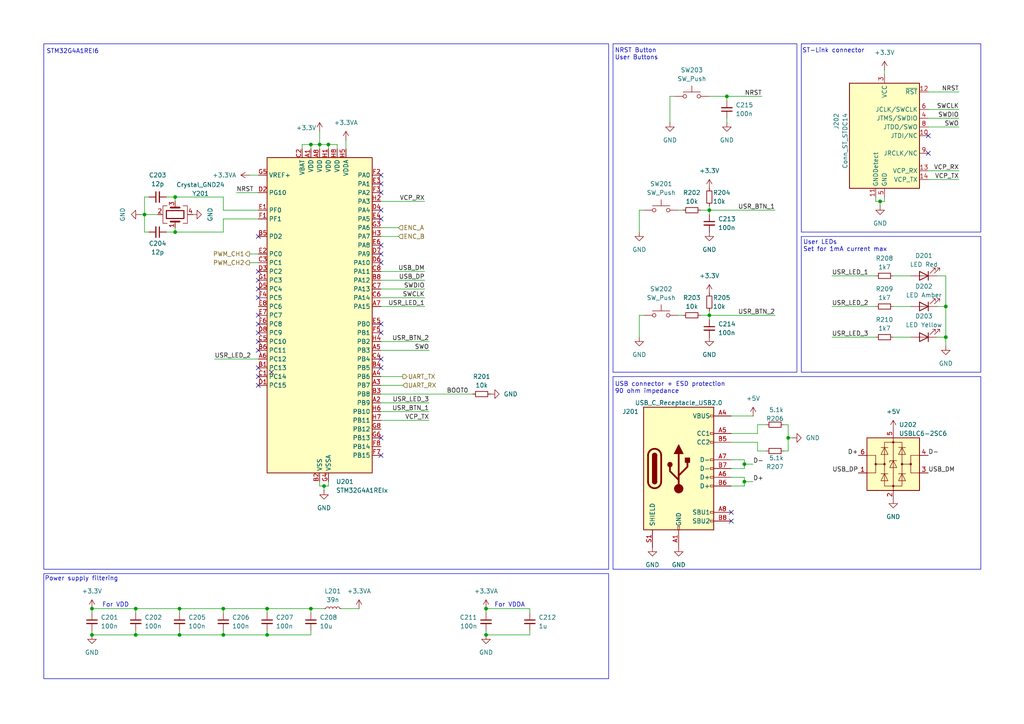
<source format=kicad_sch>
(kicad_sch (version 20231120) (generator "eeschema") (generator_version "8.0")
  (paper "A4")
  (lib_symbols
    (symbol "Connector:Conn_ST_STDC14"
      (property "Reference" "J" (at -8.89 16.51 0))
      (property "Value" "Conn_ST_STDC14" (at 17.78 16.51 0))
      (symbol "Conn_ST_STDC14_0_1"
        (rectangle (start -10.16 15.24) (end 10.16 -15.24) (stroke (width 0.254)) (fill (type background)))
      )
      (symbol "Conn_ST_STDC14_1_1"
        (pin no_connect line (at -10.16 5.08 0) (length 2.54) hide (name "NC") (number "1"))
        (pin output line (at 12.7 0 180) (length 2.54) (name "JTDI/NC") (number "10"))
        (pin passive line (at -2.54 -17.78 90) (length 2.54) (name "GNDDetect") (number "11"))
        (pin open_collector line (at 12.7 12.7 180) (length 2.54) (name "~{RST}") (number "12"))
        (pin output line (at 12.7 -10.16 180) (length 2.54) (name "VCP_RX") (number "13"))
        (pin input line (at 12.7 -12.7 180) (length 2.54) (name "VCP_TX") (number "14"))
        (pin no_connect line (at -10.16 2.54 0) (length 2.54) hide (name "NC") (number "2"))
        (pin power_in line (at 0 17.78 270) (length 2.54) (name "VCC") (number "3"))
        (pin bidirectional line (at 12.7 5.08 180) (length 2.54) (name "JTMS/SWDIO") (number "4"))
        (pin power_in line (at 0 -17.78 90) (length 2.54) (name "GND") (number "5"))
        (pin output line (at 12.7 7.62 180) (length 2.54) (name "JCLK/SWCLK") (number "6"))
        (pin passive line (at 0 -17.78 90) (length 2.54) hide (name "GND") (number "7"))
        (pin input line (at 12.7 2.54 180) (length 2.54) (name "JTDO/SWO") (number "8"))
        (pin input line (at 12.7 -5.08 180) (length 2.54) (name "JRCLK/NC") (number "9"))
      )
    )
    (symbol "Connector:USB_C_Receptacle_USB2.0" (pin_names (offset 1.016))
      (property "Reference" "J" (at -10.16 19.05 0))
      (property "Value" "USB_C_Receptacle_USB2.0" (at 19.05 19.05 0))
      (symbol "USB_C_Receptacle_USB2.0_0_0"
        (rectangle (start -0.254 -17.78) (end 0.254 -16.764))
        (rectangle (start 10.16 -14.986) (end 9.144 -15.494))
        (rectangle (start 10.16 -12.446) (end 9.144 -12.954))
        (rectangle (start 10.16 -4.826) (end 9.144 -5.334))
        (rectangle (start 10.16 -2.286) (end 9.144 -2.794))
        (rectangle (start 10.16 0.254) (end 9.144 -0.254))
        (rectangle (start 10.16 2.794) (end 9.144 2.286))
        (rectangle (start 10.16 7.874) (end 9.144 7.366))
        (rectangle (start 10.16 10.414) (end 9.144 9.906))
        (rectangle (start 10.16 15.494) (end 9.144 14.986))
      )
      (symbol "USB_C_Receptacle_USB2.0_0_1"
        (rectangle (start -10.16 17.78) (end 10.16 -17.78) (stroke (width 0.254)) (fill (type background)))
        (arc (start -8.89 -3.81) (mid -6.985 -5.7067) (end -5.08 -3.81) (stroke (width 0.508)))
        (arc (start -7.62 -3.81) (mid -6.985 -4.4423) (end -6.35 -3.81) (stroke (width 0.254)))
        (arc (start -7.62 -3.81) (mid -6.985 -4.4423) (end -6.35 -3.81) (stroke (width 0.254)) (fill (type outline)))
        (rectangle (start -7.62 -3.81) (end -6.35 3.81) (stroke (width 0.254)) (fill (type outline)))
        (arc (start -6.35 3.81) (mid -6.985 4.4423) (end -7.62 3.81) (stroke (width 0.254)))
        (arc (start -6.35 3.81) (mid -6.985 4.4423) (end -7.62 3.81) (stroke (width 0.254)) (fill (type outline)))
        (arc (start -5.08 3.81) (mid -6.985 5.7067) (end -8.89 3.81) (stroke (width 0.508)))
        (circle (center -2.54 1.143) (radius 0.635) (stroke (width 0.254)) (fill (type outline)))
        (circle (center 0 -5.842) (radius 1.27) (fill (type outline)))
        (polyline (pts (xy -8.89 -3.81) (xy -8.89 3.81)) (stroke (width 0.508)))
        (polyline (pts (xy -5.08 3.81) (xy -5.08 -3.81)) (stroke (width 0.508)))
        (polyline (pts (xy 0 -5.842) (xy 0 4.318)) (stroke (width 0.508)))
        (polyline (pts (xy 0 -3.302) (xy -2.54 -0.762) (xy -2.54 0.508)) (stroke (width 0.508)))
        (polyline (pts (xy 0 -2.032) (xy 2.54 0.508) (xy 2.54 1.778)) (stroke (width 0.508)))
        (polyline (pts (xy -1.27 4.318) (xy 0 6.858) (xy 1.27 4.318) (xy -1.27 4.318)) (stroke (width 0.254)) (fill (type outline)))
        (rectangle (start 1.905 1.778) (end 3.175 3.048) (stroke (width 0.254)) (fill (type outline)))
      )
      (symbol "USB_C_Receptacle_USB2.0_1_1"
        (pin passive line (at 0 -22.86 90) (length 5.08) (name "GND") (number "A1"))
        (pin passive line (at 0 -22.86 90) (length 5.08) hide (name "GND") (number "A12"))
        (pin passive line (at 15.24 15.24 180) (length 5.08) (name "VBUS") (number "A4"))
        (pin bidirectional line (at 15.24 10.16 180) (length 5.08) (name "CC1") (number "A5"))
        (pin bidirectional line (at 15.24 -2.54 180) (length 5.08) (name "D+") (number "A6"))
        (pin bidirectional line (at 15.24 2.54 180) (length 5.08) (name "D-") (number "A7"))
        (pin bidirectional line (at 15.24 -12.7 180) (length 5.08) (name "SBU1") (number "A8"))
        (pin passive line (at 15.24 15.24 180) (length 5.08) hide (name "VBUS") (number "A9"))
        (pin passive line (at 0 -22.86 90) (length 5.08) hide (name "GND") (number "B1"))
        (pin passive line (at 0 -22.86 90) (length 5.08) hide (name "GND") (number "B12"))
        (pin passive line (at 15.24 15.24 180) (length 5.08) hide (name "VBUS") (number "B4"))
        (pin bidirectional line (at 15.24 7.62 180) (length 5.08) (name "CC2") (number "B5"))
        (pin bidirectional line (at 15.24 -5.08 180) (length 5.08) (name "D+") (number "B6"))
        (pin bidirectional line (at 15.24 0 180) (length 5.08) (name "D-") (number "B7"))
        (pin bidirectional line (at 15.24 -15.24 180) (length 5.08) (name "SBU2") (number "B8"))
        (pin passive line (at 15.24 15.24 180) (length 5.08) hide (name "VBUS") (number "B9"))
        (pin passive line (at -7.62 -22.86 90) (length 5.08) (name "SHIELD") (number "S1"))
      )
    )
    (symbol "Device:C_Small" (pin_numbers hide) (pin_names (offset 0.254) hide)
      (property "Reference" "C" (at 0.254 1.778 0))
      (property "Value" "C_Small" (at 0.254 -2.032 0))
      (symbol "C_Small_0_1"
        (polyline (pts (xy -1.524 -0.508) (xy 1.524 -0.508)) (stroke (width 0.3302)))
        (polyline (pts (xy -1.524 0.508) (xy 1.524 0.508)) (stroke (width 0.3048)))
      )
      (symbol "C_Small_1_1"
        (pin passive line (at 0 2.54 270) (length 2.032) (name "~") (number "1"))
        (pin passive line (at 0 -2.54 90) (length 2.032) (name "~") (number "2"))
      )
    )
    (symbol "Device:Crystal_GND24" (pin_names (offset 1.016) hide)
      (property "Reference" "Y" (at 3.175 5.08 0))
      (property "Value" "Crystal_GND24" (at 3.175 3.175 0))
      (symbol "Crystal_GND24_0_1"
        (rectangle (start -1.143 2.54) (end 1.143 -2.54) (stroke (width 0.3048)))
        (polyline (pts (xy -2.54 0) (xy -2.032 0)))
        (polyline (pts (xy -2.032 -1.27) (xy -2.032 1.27)) (stroke (width 0.508)))
        (polyline (pts (xy 0 -3.81) (xy 0 -3.556)))
        (polyline (pts (xy 0 3.556) (xy 0 3.81)))
        (polyline (pts (xy 2.032 -1.27) (xy 2.032 1.27)) (stroke (width 0.508)))
        (polyline (pts (xy 2.032 0) (xy 2.54 0)))
        (polyline (pts (xy -2.54 -2.286) (xy -2.54 -3.556) (xy 2.54 -3.556) (xy 2.54 -2.286)))
        (polyline (pts (xy -2.54 2.286) (xy -2.54 3.556) (xy 2.54 3.556) (xy 2.54 2.286)))
      )
      (symbol "Crystal_GND24_1_1"
        (pin passive line (at -3.81 0 0) (length 1.27) (name "1") (number "1"))
        (pin passive line (at 0 5.08 270) (length 1.27) (name "2") (number "2"))
        (pin passive line (at 3.81 0 180) (length 1.27) (name "3") (number "3"))
        (pin passive line (at 0 -5.08 90) (length 1.27) (name "4") (number "4"))
      )
    )
    (symbol "Device:LED" (pin_numbers hide) (pin_names (offset 1.016) hide)
      (property "Reference" "D" (at 0 2.54 0))
      (property "Value" "LED" (at 0 -2.54 0))
      (symbol "LED_0_1"
        (polyline (pts (xy -1.27 -1.27) (xy -1.27 1.27)) (stroke (width 0.254)))
        (polyline (pts (xy -1.27 0) (xy 1.27 0)))
        (polyline (pts (xy 1.27 -1.27) (xy 1.27 1.27) (xy -1.27 0) (xy 1.27 -1.27)) (stroke (width 0.254)))
        (polyline (pts (xy -3.048 -0.762) (xy -4.572 -2.286) (xy -3.81 -2.286) (xy -4.572 -2.286) (xy -4.572 -1.524)))
        (polyline (pts (xy -1.778 -0.762) (xy -3.302 -2.286) (xy -2.54 -2.286) (xy -3.302 -2.286) (xy -3.302 -1.524)))
      )
      (symbol "LED_1_1"
        (pin passive line (at -3.81 0 0) (length 2.54) (name "K") (number "1"))
        (pin passive line (at 3.81 0 180) (length 2.54) (name "A") (number "2"))
      )
    )
    (symbol "Device:L_Small" (pin_numbers hide) (pin_names (offset 0.254) hide)
      (property "Reference" "L" (at 0.762 1.016 0))
      (property "Value" "L_Small" (at 0.762 -1.016 0))
      (symbol "L_Small_0_1"
        (arc (start 0 -2.032) (mid 0.5058 -1.524) (end 0 -1.016))
        (arc (start 0 -1.016) (mid 0.5058 -0.508) (end 0 0))
        (arc (start 0 0) (mid 0.5058 0.508) (end 0 1.016))
        (arc (start 0 1.016) (mid 0.5058 1.524) (end 0 2.032))
      )
      (symbol "L_Small_1_1"
        (pin passive line (at 0 2.54 270) (length 0.508) (name "~") (number "1"))
        (pin passive line (at 0 -2.54 90) (length 0.508) (name "~") (number "2"))
      )
    )
    (symbol "Device:R_Small" (pin_numbers hide) (pin_names (offset 0.254) hide)
      (property "Reference" "R" (at 0.762 0.508 0))
      (property "Value" "R_Small" (at 0.762 -1.016 0))
      (symbol "R_Small_0_1"
        (rectangle (start -0.762 1.778) (end 0.762 -1.778) (stroke (width 0.2032)))
      )
      (symbol "R_Small_1_1"
        (pin passive line (at 0 2.54 270) (length 0.762) (name "~") (number "1"))
        (pin passive line (at 0 -2.54 90) (length 0.762) (name "~") (number "2"))
      )
    )
    (symbol "MCU_ST_STM32G4:STM32G4A1REIx"
      (property "Reference" "U" (at -15.24 46.99 0))
      (property "Value" "STM32G4A1REIx" (at 10.16 46.99 0))
      (symbol "STM32G4A1REIx_0_1"
        (rectangle (start -15.24 -45.72) (end 15.24 45.72) (stroke (width 0.254)) (fill (type background)))
      )
      (symbol "STM32G4A1REIx_1_1"
        (pin power_in line (at -2.54 48.26 270) (length 2.54) (name "VDD") (number "A1"))
        (pin bidirectional line (at 17.78 -25.4 180) (length 2.54) (name "PB9") (number "A2"))
        (pin bidirectional line (at 17.78 -20.32 180) (length 2.54) (name "PB7") (number "A3"))
        (pin bidirectional line (at 17.78 -17.78 180) (length 2.54) (name "PB6") (number "A4"))
        (pin bidirectional line (at 17.78 -10.16 180) (length 2.54) (name "PB3") (number "A5"))
        (pin bidirectional line (at -17.78 -12.7 0) (length 2.54) (name "PC12") (number "A6"))
        (pin bidirectional line (at 17.78 2.54 180) (length 2.54) (name "PA15") (number "A7"))
        (pin power_in line (at 0 48.26 270) (length 2.54) (name "VDD") (number "A8"))
        (pin bidirectional line (at -17.78 -15.24 0) (length 2.54) (name "PC13") (number "B1"))
        (pin power_in line (at 0 -48.26 90) (length 2.54) (name "VSS") (number "B2"))
        (pin bidirectional line (at 17.78 -22.86 180) (length 2.54) (name "PB8") (number "B3"))
        (pin bidirectional line (at 17.78 -15.24 180) (length 2.54) (name "PB5") (number "B4"))
        (pin bidirectional line (at -17.78 22.86 0) (length 2.54) (name "PD2") (number "B5"))
        (pin bidirectional line (at -17.78 -10.16 0) (length 2.54) (name "PC11") (number "B6"))
        (pin passive line (at 0 -48.26 90) (length 2.54) hide (name "VSS") (number "B7"))
        (pin bidirectional line (at 17.78 10.16 180) (length 2.54) (name "PA12") (number "B8"))
        (pin bidirectional line (at -17.78 -17.78 0) (length 2.54) (name "PC14") (number "C1"))
        (pin power_in line (at -5.08 48.26 270) (length 2.54) (name "VBAT") (number "C2"))
        (pin bidirectional line (at -17.78 15.24 0) (length 2.54) (name "PC1") (number "C3"))
        (pin bidirectional line (at 17.78 -12.7 180) (length 2.54) (name "PB4") (number "C4"))
        (pin bidirectional line (at -17.78 -7.62 0) (length 2.54) (name "PC10") (number "C5"))
        (pin bidirectional line (at 17.78 5.08 180) (length 2.54) (name "PA14") (number "C6"))
        (pin bidirectional line (at 17.78 7.62 180) (length 2.54) (name "PA13") (number "C7"))
        (pin bidirectional line (at 17.78 12.7 180) (length 2.54) (name "PA11") (number "C8"))
        (pin bidirectional line (at -17.78 -20.32 0) (length 2.54) (name "PC15") (number "D1"))
        (pin bidirectional line (at -17.78 35.56 0) (length 2.54) (name "PG10") (number "D2"))
        (pin bidirectional line (at -17.78 12.7 0) (length 2.54) (name "PC2") (number "D3"))
        (pin bidirectional line (at 17.78 30.48 180) (length 2.54) (name "PA4") (number "D4"))
        (pin bidirectional line (at -17.78 7.62 0) (length 2.54) (name "PC4") (number "D5"))
        (pin bidirectional line (at 17.78 15.24 180) (length 2.54) (name "PA10") (number "D6"))
        (pin bidirectional line (at 17.78 17.78 180) (length 2.54) (name "PA9") (number "D7"))
        (pin bidirectional line (at -17.78 -5.08 0) (length 2.54) (name "PC9") (number "D8"))
        (pin bidirectional line (at -17.78 30.48 0) (length 2.54) (name "PF0") (number "E1"))
        (pin bidirectional line (at -17.78 17.78 0) (length 2.54) (name "PC0") (number "E2"))
        (pin bidirectional line (at 17.78 38.1 180) (length 2.54) (name "PA1") (number "E3"))
        (pin bidirectional line (at 17.78 27.94 180) (length 2.54) (name "PA5") (number "E4"))
        (pin bidirectional line (at 17.78 -2.54 180) (length 2.54) (name "PB0") (number "E5"))
        (pin bidirectional line (at 17.78 20.32 180) (length 2.54) (name "PA8") (number "E6"))
        (pin bidirectional line (at -17.78 0 0) (length 2.54) (name "PC7") (number "E7"))
        (pin bidirectional line (at -17.78 2.54 0) (length 2.54) (name "PC6") (number "E8"))
        (pin bidirectional line (at -17.78 27.94 0) (length 2.54) (name "PF1") (number "F1"))
        (pin bidirectional line (at 17.78 40.64 180) (length 2.54) (name "PA0") (number "F2"))
        (pin bidirectional line (at 17.78 35.56 180) (length 2.54) (name "PA2") (number "F3"))
        (pin bidirectional line (at -17.78 5.08 0) (length 2.54) (name "PC5") (number "F4"))
        (pin bidirectional line (at 17.78 -5.08 180) (length 2.54) (name "PB1") (number "F5"))
        (pin bidirectional line (at -17.78 -2.54 0) (length 2.54) (name "PC8") (number "F6"))
        (pin bidirectional line (at 17.78 -40.64 180) (length 2.54) (name "PB15") (number "F7"))
        (pin bidirectional line (at 17.78 -38.1 180) (length 2.54) (name "PB14") (number "F8"))
        (pin bidirectional line (at -17.78 10.16 0) (length 2.54) (name "PC3") (number "G1"))
        (pin passive line (at 0 -48.26 90) (length 2.54) hide (name "VSS") (number "G2"))
        (pin bidirectional line (at 17.78 25.4 180) (length 2.54) (name "PA6") (number "G3"))
        (pin power_in line (at 2.54 -48.26 90) (length 2.54) (name "VSSA") (number "G4"))
        (pin input line (at -17.78 40.64 0) (length 2.54) (name "VREF+") (number "G5"))
        (pin bidirectional line (at 17.78 -35.56 180) (length 2.54) (name "PB13") (number "G6"))
        (pin passive line (at 0 -48.26 90) (length 2.54) hide (name "VSS") (number "G7"))
        (pin bidirectional line (at 17.78 -33.02 180) (length 2.54) (name "PB12") (number "G8"))
        (pin power_in line (at 2.54 48.26 270) (length 2.54) (name "VDD") (number "H1"))
        (pin bidirectional line (at 17.78 33.02 180) (length 2.54) (name "PA3") (number "H2"))
        (pin bidirectional line (at 17.78 22.86 180) (length 2.54) (name "PA7") (number "H3"))
        (pin bidirectional line (at 17.78 -7.62 180) (length 2.54) (name "PB2") (number "H4"))
        (pin power_in line (at 7.62 48.26 270) (length 2.54) (name "VDDA") (number "H5"))
        (pin bidirectional line (at 17.78 -27.94 180) (length 2.54) (name "PB10") (number "H6"))
        (pin bidirectional line (at 17.78 -30.48 180) (length 2.54) (name "PB11") (number "H7"))
        (pin power_in line (at 5.08 48.26 270) (length 2.54) (name "VDD") (number "H8"))
      )
    )
    (symbol "Power_Protection:USBLC6-2SC6" (pin_names hide)
      (property "Reference" "U" (at 2.54 8.89 0))
      (property "Value" "USBLC6-2SC6" (at 2.54 -8.89 0))
      (symbol "USBLC6-2SC6_0_1"
        (rectangle (start -7.62 -7.62) (end 7.62 7.62) (stroke (width 0.254)) (fill (type background)))
        (circle (center -5.08 0) (radius 0.254) (fill (type outline)))
        (circle (center -2.54 0) (radius 0.254) (fill (type outline)))
        (rectangle (start -2.54 6.35) (end 2.54 -6.35))
        (circle (center 0 -6.35) (radius 0.254) (fill (type outline)))
        (polyline (pts (xy -5.08 -2.54) (xy -7.62 -2.54)))
        (polyline (pts (xy -5.08 0) (xy -5.08 -2.54)))
        (polyline (pts (xy -5.08 2.54) (xy -7.62 2.54)))
        (polyline (pts (xy -1.524 -2.794) (xy -3.556 -2.794)))
        (polyline (pts (xy -1.524 4.826) (xy -3.556 4.826)))
        (polyline (pts (xy 0 -7.62) (xy 0 -6.35)))
        (polyline (pts (xy 0 -6.35) (xy 0 1.27)))
        (polyline (pts (xy 0 1.27) (xy 0 6.35)))
        (polyline (pts (xy 0 6.35) (xy 0 7.62)))
        (polyline (pts (xy 1.524 -2.794) (xy 3.556 -2.794)))
        (polyline (pts (xy 1.524 4.826) (xy 3.556 4.826)))
        (polyline (pts (xy 5.08 -2.54) (xy 7.62 -2.54)))
        (polyline (pts (xy 5.08 0) (xy 5.08 -2.54)))
        (polyline (pts (xy 5.08 2.54) (xy 7.62 2.54)))
        (polyline (pts (xy -2.54 0) (xy -5.08 0) (xy -5.08 2.54)))
        (polyline (pts (xy 2.54 0) (xy 5.08 0) (xy 5.08 2.54)))
        (polyline (pts (xy -3.556 -4.826) (xy -1.524 -4.826) (xy -2.54 -2.794) (xy -3.556 -4.826)))
        (polyline (pts (xy -3.556 2.794) (xy -1.524 2.794) (xy -2.54 4.826) (xy -3.556 2.794)))
        (polyline (pts (xy -1.016 -1.016) (xy 1.016 -1.016) (xy 0 1.016) (xy -1.016 -1.016)))
        (polyline (pts (xy 1.016 1.016) (xy 0.762 1.016) (xy -1.016 1.016) (xy -1.016 0.508)))
        (polyline (pts (xy 3.556 -4.826) (xy 1.524 -4.826) (xy 2.54 -2.794) (xy 3.556 -4.826)))
        (polyline (pts (xy 3.556 2.794) (xy 1.524 2.794) (xy 2.54 4.826) (xy 3.556 2.794)))
        (circle (center 0 6.35) (radius 0.254) (fill (type outline)))
        (circle (center 2.54 0) (radius 0.254) (fill (type outline)))
        (circle (center 5.08 0) (radius 0.254) (fill (type outline)))
      )
      (symbol "USBLC6-2SC6_1_1"
        (pin passive line (at -10.16 -2.54 0) (length 2.54) (name "I/O1") (number "1"))
        (pin passive line (at 0 -10.16 90) (length 2.54) (name "GND") (number "2"))
        (pin passive line (at 10.16 -2.54 180) (length 2.54) (name "I/O2") (number "3"))
        (pin passive line (at 10.16 2.54 180) (length 2.54) (name "I/O2") (number "4"))
        (pin passive line (at 0 10.16 270) (length 2.54) (name "VBUS") (number "5"))
        (pin passive line (at -10.16 2.54 0) (length 2.54) (name "I/O1") (number "6"))
      )
    )
    (symbol "Switch:SW_Push" (pin_numbers hide) (pin_names (offset 1.016) hide)
      (property "Reference" "SW" (at 1.27 2.54 0))
      (property "Value" "SW_Push" (at 0 -1.524 0))
      (symbol "SW_Push_0_1"
        (circle (center -2.032 0) (radius 0.508))
        (polyline (pts (xy 0 1.27) (xy 0 3.048)))
        (polyline (pts (xy 2.54 1.27) (xy -2.54 1.27)))
        (circle (center 2.032 0) (radius 0.508))
        (pin passive line (at -5.08 0 0) (length 2.54) (name "1") (number "1"))
        (pin passive line (at 5.08 0 180) (length 2.54) (name "2") (number "2"))
      )
    )
    (symbol "power:+3.3V" (power) (pin_numbers hide) (pin_names (offset 0) hide)
      (property "Value" "+3.3V" (at 0 3.556 0))
      (symbol "+3.3V_0_1"
        (polyline (pts (xy -0.762 1.27) (xy 0 2.54)))
        (polyline (pts (xy 0 0) (xy 0 2.54)))
        (polyline (pts (xy 0 2.54) (xy 0.762 1.27)))
      )
      (symbol "+3.3V_1_1"
        (pin power_in line (at 0 0 90) (length 0) (name "~") (number "1"))
      )
    )
    (symbol "power:+3.3VA" (power) (pin_numbers hide) (pin_names (offset 0) hide)
      (property "Value" "+3.3VA" (at 0 3.556 0))
      (symbol "+3.3VA_0_1"
        (polyline (pts (xy -0.762 1.27) (xy 0 2.54)))
        (polyline (pts (xy 0 0) (xy 0 2.54)))
        (polyline (pts (xy 0 2.54) (xy 0.762 1.27)))
      )
      (symbol "+3.3VA_1_1"
        (pin power_in line (at 0 0 90) (length 0) (name "~") (number "1"))
      )
    )
    (symbol "power:+5V" (power) (pin_numbers hide) (pin_names (offset 0) hide)
      (property "Value" "+5V" (at 0 3.556 0))
      (symbol "+5V_0_1"
        (polyline (pts (xy -0.762 1.27) (xy 0 2.54)))
        (polyline (pts (xy 0 0) (xy 0 2.54)))
        (polyline (pts (xy 0 2.54) (xy 0.762 1.27)))
      )
      (symbol "+5V_1_1"
        (pin power_in line (at 0 0 90) (length 0) (name "~") (number "1"))
      )
    )
    (symbol "power:GND" (power) (pin_numbers hide) (pin_names (offset 0) hide)
      (property "Value" "GND" (at 0 -3.81 0))
      (symbol "GND_0_1"
        (polyline (pts (xy 0 0) (xy 0 -1.27) (xy 1.27 -1.27) (xy 0 -2.54) (xy -1.27 -1.27) (xy 0 -1.27)))
      )
      (symbol "GND_1_1"
        (pin power_in line (at 0 0 270) (length 0) (name "~") (number "1"))
      )
    )
  )
  (junction (at 228.6 127))
  (junction (at 140.97 176.53))
  (junction (at 140.97 184.15))
  (junction (at 90.17 41.91))
  (junction (at 39.37 184.15))
  (junction (at 90.17 176.53))
  (junction (at 93.98 140.97))
  (junction (at 50.8 67.31))
  (junction (at 95.25 41.91))
  (junction (at 64.77 184.15))
  (junction (at 255.27 58.42))
  (junction (at 215.9 134.62))
  (junction (at 215.9 139.7))
  (junction (at 26.67 184.15))
  (junction (at 274.32 88.9))
  (junction (at 205.74 91.44))
  (junction (at 64.77 176.53))
  (junction (at 92.71 41.91))
  (junction (at 50.8 57.15))
  (junction (at 205.74 60.96))
  (junction (at 39.37 176.53))
  (junction (at 274.32 97.79))
  (junction (at 52.07 176.53))
  (junction (at 77.47 176.53))
  (junction (at 77.47 184.15))
  (junction (at 52.07 184.15))
  (junction (at 41.91 62.23))
  (junction (at 210.82 27.94))
  (junction (at 26.67 176.53))
  (no_connect (at 110.49 93.98))
  (no_connect (at 110.49 55.88))
  (no_connect (at 74.93 106.68))
  (no_connect (at 74.93 101.6))
  (no_connect (at 110.49 104.14))
  (no_connect (at 110.49 60.96))
  (no_connect (at 110.49 106.68))
  (no_connect (at 74.93 78.74))
  (no_connect (at 212.09 148.59))
  (no_connect (at 110.49 63.5))
  (no_connect (at 110.49 132.08))
  (no_connect (at 74.93 68.58))
  (no_connect (at 78.74 107.95))
  (no_connect (at 110.49 53.34))
  (no_connect (at 74.93 86.36))
  (no_connect (at 212.09 151.13))
  (no_connect (at 74.93 96.52))
  (no_connect (at 74.93 81.28))
  (no_connect (at 74.93 109.22))
  (no_connect (at 74.93 91.44))
  (no_connect (at 110.49 71.12))
  (no_connect (at 110.49 96.52))
  (no_connect (at 110.49 76.2))
  (no_connect (at 74.93 99.06))
  (no_connect (at 74.93 93.98))
  (no_connect (at 110.49 73.66))
  (no_connect (at 110.49 50.8))
  (no_connect (at 110.49 127))
  (no_connect (at 74.93 83.82))
  (no_connect (at 74.93 111.76))
  (no_connect (at 269.24 39.37))
  (no_connect (at 269.24 44.45))
  (wire (pts (xy 195.58 27.94) (xy 194.31 27.94)))
  (wire (pts (xy 205.74 90.17) (xy 205.74 91.44)))
  (wire (pts (xy 40.64 62.23) (xy 41.91 62.23)))
  (wire (pts (xy 92.71 41.91) (xy 95.25 41.91)))
  (wire (pts (xy 241.3 97.79) (xy 254 97.79)))
  (wire (pts (xy 123.19 88.9) (xy 110.49 88.9)))
  (wire (pts (xy 269.24 49.53) (xy 278.13 49.53)))
  (wire (pts (xy 99.06 176.53) (xy 104.14 176.53)))
  (wire (pts (xy 219.71 130.81) (xy 219.71 128.27)))
  (wire (pts (xy 77.47 176.53) (xy 77.47 177.8)))
  (wire (pts (xy 215.9 133.35) (xy 212.09 133.35)))
  (wire (pts (xy 110.49 78.74) (xy 123.19 78.74)))
  (wire (pts (xy 64.77 63.5) (xy 74.93 63.5)))
  (wire (pts (xy 274.32 88.9) (xy 274.32 80.01)))
  (wire (pts (xy 110.49 83.82) (xy 123.19 83.82)))
  (wire (pts (xy 140.97 182.88) (xy 140.97 184.15)))
  (wire (pts (xy 241.3 80.01) (xy 254 80.01)))
  (wire (pts (xy 26.67 177.8) (xy 26.67 176.53)))
  (wire (pts (xy 212.09 128.27) (xy 219.71 128.27)))
  (wire (pts (xy 271.78 97.79) (xy 274.32 97.79)))
  (wire (pts (xy 140.97 176.53) (xy 153.67 176.53)))
  (wire (pts (xy 72.39 50.8) (xy 74.93 50.8)))
  (wire (pts (xy 153.67 182.88) (xy 153.67 184.15)))
  (wire (pts (xy 92.71 139.7) (xy 92.71 140.97)))
  (wire (pts (xy 219.71 125.73) (xy 219.71 123.19)))
  (wire (pts (xy 110.49 111.76) (xy 116.84 111.76)))
  (wire (pts (xy 205.74 91.44) (xy 205.74 92.71)))
  (wire (pts (xy 212.09 140.97) (xy 215.9 140.97)))
  (wire (pts (xy 64.77 67.31) (xy 64.77 63.5)))
  (wire (pts (xy 41.91 67.31) (xy 43.18 67.31)))
  (wire (pts (xy 110.49 121.92) (xy 124.46 121.92)))
  (wire (pts (xy 210.82 35.56) (xy 210.82 34.29)))
  (wire (pts (xy 274.32 97.79) (xy 274.32 88.9)))
  (wire (pts (xy 87.63 41.91) (xy 90.17 41.91)))
  (wire (pts (xy 185.42 91.44) (xy 186.69 91.44)))
  (wire (pts (xy 39.37 184.15) (xy 39.37 182.88)))
  (wire (pts (xy 90.17 177.8) (xy 90.17 176.53)))
  (wire (pts (xy 90.17 41.91) (xy 92.71 41.91)))
  (wire (pts (xy 215.9 139.7) (xy 218.44 139.7)))
  (wire (pts (xy 90.17 182.88) (xy 90.17 184.15)))
  (wire (pts (xy 269.24 52.07) (xy 278.13 52.07)))
  (wire (pts (xy 274.32 100.33) (xy 274.32 97.79)))
  (wire (pts (xy 52.07 184.15) (xy 52.07 182.88)))
  (wire (pts (xy 48.26 57.15) (xy 50.8 57.15)))
  (wire (pts (xy 41.91 62.23) (xy 41.91 67.31)))
  (wire (pts (xy 205.74 60.96) (xy 224.79 60.96)))
  (wire (pts (xy 212.09 135.89) (xy 215.9 135.89)))
  (wire (pts (xy 52.07 176.53) (xy 52.07 177.8)))
  (wire (pts (xy 95.25 139.7) (xy 95.25 140.97)))
  (wire (pts (xy 269.24 34.29) (xy 278.13 34.29)))
  (wire (pts (xy 227.33 130.81) (xy 228.6 130.81)))
  (wire (pts (xy 215.9 138.43) (xy 215.9 139.7)))
  (wire (pts (xy 215.9 134.62) (xy 218.44 134.62)))
  (wire (pts (xy 48.26 67.31) (xy 50.8 67.31)))
  (wire (pts (xy 64.77 60.96) (xy 64.77 57.15)))
  (wire (pts (xy 26.67 182.88) (xy 26.67 184.15)))
  (wire (pts (xy 255.27 58.42) (xy 255.27 59.69)))
  (wire (pts (xy 256.54 20.32) (xy 256.54 21.59)))
  (wire (pts (xy 110.49 101.6) (xy 124.46 101.6)))
  (wire (pts (xy 41.91 62.23) (xy 45.72 62.23)))
  (wire (pts (xy 140.97 177.8) (xy 140.97 176.53)))
  (wire (pts (xy 205.74 60.96) (xy 205.74 62.23)))
  (wire (pts (xy 212.09 125.73) (xy 219.71 125.73)))
  (wire (pts (xy 64.77 184.15) (xy 64.77 182.88)))
  (wire (pts (xy 196.85 60.96) (xy 198.12 60.96)))
  (wire (pts (xy 110.49 114.3) (xy 137.16 114.3)))
  (wire (pts (xy 77.47 184.15) (xy 77.47 182.88)))
  (wire (pts (xy 259.08 88.9) (xy 264.16 88.9)))
  (wire (pts (xy 219.71 123.19) (xy 222.25 123.19)))
  (wire (pts (xy 185.42 97.79) (xy 185.42 91.44)))
  (wire (pts (xy 93.98 140.97) (xy 95.25 140.97)))
  (wire (pts (xy 203.2 60.96) (xy 205.74 60.96)))
  (wire (pts (xy 110.49 116.84) (xy 124.46 116.84)))
  (wire (pts (xy 50.8 67.31) (xy 64.77 67.31)))
  (wire (pts (xy 92.71 38.1) (xy 92.71 41.91)))
  (wire (pts (xy 185.42 67.31) (xy 185.42 60.96)))
  (wire (pts (xy 215.9 139.7) (xy 215.9 140.97)))
  (wire (pts (xy 215.9 134.62) (xy 215.9 135.89)))
  (wire (pts (xy 259.08 97.79) (xy 264.16 97.79)))
  (wire (pts (xy 87.63 43.18) (xy 87.63 41.91)))
  (wire (pts (xy 274.32 80.01) (xy 271.78 80.01)))
  (wire (pts (xy 205.74 27.94) (xy 210.82 27.94)))
  (wire (pts (xy 269.24 31.75) (xy 278.13 31.75)))
  (wire (pts (xy 153.67 176.53) (xy 153.67 177.8)))
  (wire (pts (xy 228.6 130.81) (xy 228.6 127)))
  (wire (pts (xy 254 58.42) (xy 255.27 58.42)))
  (wire (pts (xy 93.98 140.97) (xy 93.98 142.24)))
  (wire (pts (xy 203.2 91.44) (xy 205.74 91.44)))
  (wire (pts (xy 210.82 27.94) (xy 220.98 27.94)))
  (wire (pts (xy 90.17 176.53) (xy 93.98 176.53)))
  (wire (pts (xy 52.07 176.53) (xy 64.77 176.53)))
  (wire (pts (xy 39.37 184.15) (xy 26.67 184.15)))
  (wire (pts (xy 124.46 119.38) (xy 110.49 119.38)))
  (wire (pts (xy 259.08 80.01) (xy 264.16 80.01)))
  (wire (pts (xy 68.58 55.88) (xy 74.93 55.88)))
  (wire (pts (xy 90.17 184.15) (xy 77.47 184.15)))
  (wire (pts (xy 97.79 43.18) (xy 97.79 41.91)))
  (wire (pts (xy 92.71 43.18) (xy 92.71 41.91)))
  (wire (pts (xy 205.74 91.44) (xy 224.79 91.44)))
  (wire (pts (xy 50.8 57.15) (xy 50.8 58.42)))
  (wire (pts (xy 95.25 41.91) (xy 97.79 41.91)))
  (wire (pts (xy 26.67 176.53) (xy 39.37 176.53)))
  (wire (pts (xy 74.93 60.96) (xy 64.77 60.96)))
  (wire (pts (xy 64.77 184.15) (xy 52.07 184.15)))
  (wire (pts (xy 74.93 104.14) (xy 62.23 104.14)))
  (wire (pts (xy 228.6 123.19) (xy 227.33 123.19)))
  (wire (pts (xy 185.42 60.96) (xy 186.69 60.96)))
  (wire (pts (xy 110.49 58.42) (xy 123.19 58.42)))
  (wire (pts (xy 64.77 57.15) (xy 50.8 57.15)))
  (wire (pts (xy 52.07 184.15) (xy 39.37 184.15)))
  (wire (pts (xy 269.24 26.67) (xy 278.13 26.67)))
  (wire (pts (xy 110.49 66.04) (xy 115.57 66.04)))
  (wire (pts (xy 64.77 176.53) (xy 77.47 176.53)))
  (wire (pts (xy 205.74 59.69) (xy 205.74 60.96)))
  (wire (pts (xy 41.91 57.15) (xy 41.91 62.23)))
  (wire (pts (xy 215.9 133.35) (xy 215.9 134.62)))
  (wire (pts (xy 50.8 66.04) (xy 50.8 67.31)))
  (wire (pts (xy 110.49 68.58) (xy 115.57 68.58)))
  (wire (pts (xy 77.47 176.53) (xy 90.17 176.53)))
  (wire (pts (xy 39.37 176.53) (xy 52.07 176.53)))
  (wire (pts (xy 64.77 176.53) (xy 64.77 177.8)))
  (wire (pts (xy 229.87 127) (xy 228.6 127)))
  (wire (pts (xy 228.6 127) (xy 228.6 123.19)))
  (wire (pts (xy 39.37 176.53) (xy 39.37 177.8)))
  (wire (pts (xy 110.49 99.06) (xy 124.46 99.06)))
  (wire (pts (xy 212.09 138.43) (xy 215.9 138.43)))
  (wire (pts (xy 100.33 40.64) (xy 100.33 43.18)))
  (wire (pts (xy 95.25 43.18) (xy 95.25 41.91)))
  (wire (pts (xy 90.17 41.91) (xy 90.17 43.18)))
  (wire (pts (xy 196.85 91.44) (xy 198.12 91.44)))
  (wire (pts (xy 219.71 130.81) (xy 222.25 130.81)))
  (wire (pts (xy 110.49 81.28) (xy 123.19 81.28)))
  (wire (pts (xy 110.49 109.22) (xy 116.84 109.22)))
  (wire (pts (xy 153.67 184.15) (xy 140.97 184.15)))
  (wire (pts (xy 110.49 86.36) (xy 123.19 86.36)))
  (wire (pts (xy 72.39 73.66) (xy 74.93 73.66)))
  (wire (pts (xy 212.09 120.65) (xy 218.44 120.65)))
  (wire (pts (xy 254 57.15) (xy 254 58.42)))
  (wire (pts (xy 194.31 27.94) (xy 194.31 35.56)))
  (wire (pts (xy 241.3 88.9) (xy 254 88.9)))
  (wire (pts (xy 43.18 57.15) (xy 41.91 57.15)))
  (wire (pts (xy 77.47 184.15) (xy 64.77 184.15)))
  (wire (pts (xy 269.24 36.83) (xy 278.13 36.83)))
  (wire (pts (xy 271.78 88.9) (xy 274.32 88.9)))
  (wire (pts (xy 256.54 58.42) (xy 256.54 57.15)))
  (wire (pts (xy 72.39 76.2) (xy 74.93 76.2)))
  (wire (pts (xy 255.27 58.42) (xy 256.54 58.42)))
  (wire (pts (xy 92.71 140.97) (xy 93.98 140.97)))
  (wire (pts (xy 210.82 29.21) (xy 210.82 27.94)))
  (rectangle (start 177.8 12.7) (end 231.14 107.95))
  (rectangle (start 232.41 68.58) (end 284.48 107.95))
  (rectangle (start 12.7 166.37) (end 176.53 196.85))
  (rectangle (start 12.7 12.7) (end 176.53 165.1))
  (rectangle (start 232.41 12.7) (end 284.48 67.31))
  (rectangle (start 177.8 109.22) (end 284.48 165.1))
  (text "NRST Button\nUser Buttons" (at 178.308 17.526 0) (effects (font (size 1.27 1.27)) (justify left bottom)))
  (text "STM32G4A1REI6" (at 21.082 14.986 0) (effects (font (size 1.27 1.27))))
  (text "User LEDs\nSet for 1mA current max" (at 232.918 71.374 0) (effects (font (size 1.27 1.27)) (justify left)))
  (text "For VDDA" (at 147.828 175.514 0) (effects (font (size 1.27 1.27))))
  (text "Power supply filtering" (at 23.622 167.894 0) (effects (font (size 1.27 1.27))))
  (text "USB connector + ESD protection\n90 ohm impedance" (at 178.308 114.3 0) (effects (font (size 1.27 1.27)) (justify left bottom)))
  (text "ST-Link connector" (at 232.664 15.494 0) (effects (font (size 1.27 1.27)) (justify left bottom)))
  (text "For VDD" (at 33.528 175.514 0) (effects (font (size 1.27 1.27))))
  (label "D-" (at 269.24 132.08 0))
  (label "USB_DM" (at 269.24 137.16 0))
  (label "USR_LED_3" (at 241.3 97.79 0))
  (label "SWO" (at 124.46 101.6 180))
  (label "VCP_TX" (at 278.13 52.07 180))
  (label "NRST" (at 220.98 27.94 180))
  (label "USR_LED_2" (at 241.3 88.9 0))
  (label "D-" (at 218.44 134.62 0))
  (label "SWO" (at 278.13 36.83 180))
  (label "NRST" (at 278.13 26.67 180))
  (label "USR_LED_2" (at 62.23 104.14 0))
  (label "VCP_TX" (at 124.46 121.92 180))
  (label "D+" (at 218.44 139.7 0))
  (label "USR_LED_1" (at 123.19 88.9 180))
  (label "USB_DP" (at 248.92 137.16 180))
  (label "SWCLK" (at 123.19 86.36 180))
  (label "SWDIO" (at 123.19 83.82 180))
  (label "D+" (at 248.92 132.08 180))
  (label "USR_BTN_2" (at 124.46 99.06 180))
  (label "VCP_RX" (at 123.19 58.42 180))
  (label "SWDIO" (at 278.13 34.29 180))
  (label "USR_BTN_1" (at 224.79 60.96 180))
  (label "USR_LED_1" (at 241.3 80.01 0))
  (label "SWCLK" (at 278.13 31.75 180))
  (label "USR_BTN_1" (at 124.46 119.38 180))
  (label "VCP_RX" (at 278.13 49.53 180))
  (label "USB_DP" (at 123.19 81.28 180))
  (label "NRST" (at 68.58 55.88 0))
  (label "BOOT0" (at 129.54 114.3 0))
  (label "USB_DM" (at 123.19 78.74 180))
  (label "USR_BTN_2" (at 224.79 91.44 180))
  (label "USR_LED_3" (at 124.46 116.84 180))
  (hierarchical_label "PWM_CH2" (shape output) (at 72.39 76.2 180))
  (hierarchical_label "PWM_CH1" (shape output) (at 72.39 73.66 180))
  (hierarchical_label "ENC_A" (shape input) (at 115.57 66.04 0))
  (hierarchical_label "UART_TX" (shape output) (at 116.84 109.22 0))
  (hierarchical_label "UART_RX" (shape input) (at 116.84 111.76 0))
  (hierarchical_label "ENC_B" (shape input) (at 115.57 68.58 0))
  (symbol (lib_id "Device:C_Small") (at 45.72 57.15 90) (unit 1)
    (property "Reference" "C203" (at 45.7263 50.8 90))
    (property "Value" "12p" (at 45.7263 53.34 90))
    (property "Footprint" "Capacitor_SMD:C_0402_1005Metric" (effects (hide yes)))
    (property "Description" "Unpolarized capacitor, small symbol" (effects (hide yes)))
  )
  (symbol (lib_id "power:GND") (at 210.82 35.56 0) (unit 1)
    (property "Reference" "#PWR0223" (effects (hide yes)))
    (property "Value" "GND" (at 210.82 40.64 0))
    (property "Description" "Power symbol creates a global label with name \"GND\" , ground" (effects (hide yes)))
  )
  (symbol (lib_id "Device:C_Small") (at 26.67 180.34 0) (unit 1)
    (property "Reference" "C201" (at 29.21 179.0762 0) (effects (justify left)))
    (property "Value" "100n" (at 29.21 181.6162 0) (effects (justify left)))
    (property "Footprint" "Capacitor_SMD:C_0402_1005Metric" (effects (hide yes)))
    (property "Description" "Unpolarized capacitor, small symbol" (effects (hide yes)))
  )
  (symbol (lib_id "Device:L_Small") (at 96.52 176.53 90) (unit 1)
    (property "Reference" "L201" (at 96.52 171.45 90))
    (property "Value" "39n" (at 96.52 173.99 90))
    (property "Footprint" "Inductor_SMD:L_0805_2012Metric" (effects (hide yes)))
    (property "Description" "Inductor, small symbol" (effects (hide yes)))
  )
  (symbol (lib_id "Device:R_Small") (at 205.74 87.63 180) (unit 1)
    (property "Reference" "R205" (at 206.756 86.36 0) (effects (justify right)))
    (property "Value" "10k" (at 206.756 88.9 0) (effects (justify right)))
    (property "Footprint" "Resistor_SMD:R_0402_1005Metric" (effects (hide yes)))
    (property "Description" "Resistor, small symbol" (effects (hide yes)))
  )
  (symbol (lib_id "power:+3.3VA") (at 104.14 176.53 0) (unit 1)
    (property "Reference" "#PWR0208" (effects (hide yes)))
    (property "Value" "+3.3VA" (at 104.14 171.45 0))
    (property "Description" "Power symbol creates a global label with name \"+3.3VA\"" (effects (hide yes)))
  )
  (symbol (lib_id "Device:R_Small") (at 139.7 114.3 90) (unit 1)
    (property "Reference" "R201" (at 139.7 109.22 90))
    (property "Value" "10k" (at 139.7 111.76 90))
    (property "Footprint" "Resistor_SMD:R_0402_1005Metric" (effects (hide yes)))
    (property "Description" "Resistor, small symbol" (effects (hide yes)))
  )
  (symbol (lib_id "Device:C_Small") (at 39.37 180.34 0) (unit 1)
    (property "Reference" "C202" (at 41.91 179.0762 0) (effects (justify left)))
    (property "Value" "100n" (at 41.91 181.6162 0) (effects (justify left)))
    (property "Footprint" "Capacitor_SMD:C_0402_1005Metric" (effects (hide yes)))
    (property "Description" "Unpolarized capacitor, small symbol" (effects (hide yes)))
  )
  (symbol (lib_id "power:GND") (at 55.88 62.23 90) (unit 1)
    (property "Reference" "#PWR0204" (effects (hide yes)))
    (property "Value" "GND" (at 60.96 62.23 0))
    (property "Description" "Power symbol creates a global label with name \"GND\" , ground" (effects (hide yes)))
  )
  (symbol (lib_id "power:+5V") (at 259.08 124.46 0) (unit 1)
    (property "Reference" "#PWR0227" (effects (hide yes)))
    (property "Value" "+5V" (at 259.08 119.38 0))
    (property "Description" "Power symbol creates a global label with name \"+5V\"" (effects (hide yes)))
  )
  (symbol (lib_id "Device:R_Small") (at 256.54 97.79 90) (unit 1)
    (property "Reference" "R210" (at 256.54 92.71 90))
    (property "Value" "1k7" (at 256.54 95.25 90))
    (property "Footprint" "Resistor_SMD:R_0402_1005Metric" (effects (hide yes)))
    (property "Description" "Resistor, small symbol" (effects (hide yes)))
  )
  (symbol (lib_id "power:+5V") (at 218.44 120.65 0) (unit 1)
    (property "Reference" "#PWR0224" (effects (hide yes)))
    (property "Value" "+5V" (at 218.44 115.57 0))
    (property "Description" "Power symbol creates a global label with name \"+5V\"" (effects (hide yes)))
  )
  (symbol (lib_id "Device:Crystal_GND24") (at 50.8 62.23 90) (unit 1)
    (property "Reference" "Y201" (at 58.166 56.134 90))
    (property "Value" "Crystal_GND24" (at 58.166 53.594 90))
    (property "Footprint" "Crystal:Crystal_SMD_3225-4Pin_3.2x2.5mm" (effects (hide yes)))
    (property "Datasheet" "https://www.farnell.com/datasheets/3820205.pdf" (effects (hide yes)))
    (property "Description" "Four pin crystal, GND on pins 2 and 4" (effects (hide yes)))
    (property "MPN" "MCSJK-7U-16.00-10-30-80-B-30" (effects (hide yes)))
  )
  (symbol (lib_id "power:GND") (at 259.08 144.78 0) (unit 1)
    (property "Reference" "#PWR0228" (effects (hide yes)))
    (property "Value" "GND" (at 259.08 149.86 0))
    (property "Description" "Power symbol creates a global label with name \"GND\" , ground" (effects (hide yes)))
  )
  (symbol (lib_id "power:GND") (at 26.67 184.15 0) (unit 1)
    (property "Reference" "#PWR0202" (effects (hide yes)))
    (property "Value" "GND" (at 26.67 189.23 0))
    (property "Description" "Power symbol creates a global label with name \"GND\" , ground" (effects (hide yes)))
  )
  (symbol (lib_id "Device:C_Small") (at 52.07 180.34 0) (unit 1)
    (property "Reference" "C205" (at 54.61 179.0762 0) (effects (justify left)))
    (property "Value" "100n" (at 54.61 181.6162 0) (effects (justify left)))
    (property "Footprint" "Capacitor_SMD:C_0402_1005Metric" (effects (hide yes)))
    (property "Description" "Unpolarized capacitor, small symbol" (effects (hide yes)))
  )
  (symbol (lib_id "Device:R_Small") (at 224.79 123.19 90) (unit 1)
    (property "Reference" "R206" (at 227.33 121.412 90) (effects (justify left)))
    (property "Value" "5.1k" (at 227.33 118.872 90) (effects (justify left)))
    (property "Footprint" "Resistor_SMD:R_0402_1005Metric" (effects (hide yes)))
    (property "Fournisseur" "Sotck" (effects (hide yes)))
  )
  (symbol (lib_id "power:GND") (at 93.98 142.24 0) (unit 1)
    (property "Reference" "#PWR0207" (effects (hide yes)))
    (property "Value" "GND" (at 93.98 147.32 0))
    (property "Description" "Power symbol creates a global label with name \"GND\" , ground" (effects (hide yes)))
  )
  (symbol (lib_id "power:GND") (at 185.42 97.79 0) (unit 1)
    (property "Reference" "#PWR0215" (effects (hide yes)))
    (property "Value" "GND" (at 185.42 102.87 0))
    (property "Description" "Power symbol creates a global label with name \"GND\" , ground" (effects (hide yes)))
  )
  (symbol (lib_id "Device:C_Small") (at 153.67 180.34 0) (unit 1)
    (property "Reference" "C212" (at 156.21 179.0762 0) (effects (justify left)))
    (property "Value" "1u" (at 156.21 181.6162 0) (effects (justify left)))
    (property "Footprint" "Capacitor_SMD:C_0603_1608Metric" (effects (hide yes)))
    (property "Datasheet" "https://www.we-online.com/components/products/datasheet/885012105006.pdf" (effects (hide yes)))
    (property "Description" "Unpolarized capacitor, small symbol" (effects (hide yes)))
    (property "Vmax" "6.3V" (effects (hide yes)))
    (property "MPN" "885012105006" (effects (hide yes)))
  )
  (symbol (lib_id "power:+3.3V") (at 205.74 54.61 0) (unit 1)
    (property "Reference" "#PWR0219" (effects (hide yes)))
    (property "Value" "+3.3V" (at 205.74 49.53 0))
    (property "Description" "Power symbol creates a global label with name \"+3.3V\"" (effects (hide yes)))
  )
  (symbol (lib_id "Device:C_Small") (at 205.74 95.25 0) (unit 1)
    (property "Reference" "C214" (at 208.28 93.9862 0) (effects (justify left)))
    (property "Value" "100n" (at 208.28 96.5262 0) (effects (justify left)))
    (property "Footprint" "Capacitor_SMD:C_0402_1005Metric" (effects (hide yes)))
    (property "Description" "Unpolarized capacitor, small symbol" (effects (hide yes)))
  )
  (symbol (lib_id "Device:R_Small") (at 200.66 60.96 90) (unit 1)
    (property "Reference" "R202" (at 200.66 55.88 90))
    (property "Value" "10k" (at 200.66 58.42 90))
    (property "Footprint" "Resistor_SMD:R_0402_1005Metric" (effects (hide yes)))
    (property "Description" "Resistor, small symbol" (effects (hide yes)))
  )
  (symbol (lib_id "power:GND") (at 205.74 97.79 0) (unit 1)
    (property "Reference" "#PWR0222" (effects (hide yes)))
    (property "Value" "GND" (at 205.74 102.87 0))
    (property "Description" "Power symbol creates a global label with name \"GND\" , ground" (effects (hide yes)))
  )
  (symbol (lib_id "Connector:USB_C_Receptacle_USB2.0") (at 196.85 135.89 0) (unit 1)
    (property "Reference" "J201" (at 182.88 119.38 0))
    (property "Value" "USB_C_Receptacle_USB2.0" (at 196.85 116.84 0))
    (property "Footprint" "Connector_USB:USB_C_Receptacle_HRO_TYPE-C-31-M-12" (effects (hide yes)))
    (property "Datasheet" "https://www.usb.org/sites/default/files/documents/usb_type-c.zip" (effects (hide yes)))
    (property "Fournisseur" "Wurth" (effects (hide yes)))
    (property "MFR" "629 722 000 214" (effects (hide yes)))
  )
  (symbol (lib_id "Switch:SW_Push") (at 191.77 91.44 0) (unit 1)
    (property "Reference" "SW202" (at 191.77 83.82 0))
    (property "Value" "SW_Push" (at 191.77 86.36 0))
    (property "Footprint" "Button_Switch_SMD:SW_Push_1P1T_NO_CK_KSC6xxJ" (effects (hide yes)))
    (property "Description" "Push button switch, generic, two pins" (effects (hide yes)))
  )
  (symbol (lib_id "power:GND") (at 140.97 184.15 0) (unit 1)
    (property "Reference" "#PWR0212" (effects (hide yes)))
    (property "Value" "GND" (at 140.97 189.23 0))
    (property "Description" "Power symbol creates a global label with name \"GND\" , ground" (effects (hide yes)))
  )
  (symbol (lib_id "Device:R_Small") (at 200.66 91.44 90) (unit 1)
    (property "Reference" "R203" (at 200.66 86.36 90))
    (property "Value" "10k" (at 200.66 88.9 90))
    (property "Footprint" "Resistor_SMD:R_0402_1005Metric" (effects (hide yes)))
    (property "Description" "Resistor, small symbol" (effects (hide yes)))
  )
  (symbol (lib_id "Device:C_Small") (at 140.97 180.34 0) (mirror y) (unit 1)
    (property "Reference" "C211" (at 138.43 179.0762 0) (effects (justify left)))
    (property "Value" "100n" (at 138.43 181.6162 0) (effects (justify left)))
    (property "Footprint" "Capacitor_SMD:C_0402_1005Metric" (effects (hide yes)))
    (property "Description" "Unpolarized capacitor, small symbol" (effects (hide yes)))
  )
  (symbol (lib_id "power:+3.3VA") (at 100.33 40.64 0) (unit 1)
    (property "Reference" "#PWR02" (effects (hide yes)))
    (property "Value" "+3.3VA" (at 100.33 35.56 0))
    (property "Description" "Power symbol creates a global label with name \"+3.3VA\"" (effects (hide yes)))
  )
  (symbol (lib_id "Device:LED") (at 267.97 88.9 180) (unit 1)
    (property "Reference" "D202" (at 267.97 83.058 0))
    (property "Value" "LED Amber" (at 267.97 85.598 0))
    (property "Footprint" "LED_SMD:LED_0603_1608Metric" (effects (hide yes)))
    (property "Datasheet" "https://www.we-online.com/components/products/datasheet/150060AS55040.pdf" (effects (hide yes)))
    (property "Description" "Light emitting diode" (effects (hide yes)))
    (property "MPN" "150060AS55040" (effects (hide yes)))
  )
  (symbol (lib_id "Device:C_Small") (at 64.77 180.34 0) (unit 1)
    (property "Reference" "C206" (at 67.31 179.0762 0) (effects (justify left)))
    (property "Value" "100n" (at 67.31 181.6162 0) (effects (justify left)))
    (property "Footprint" "Capacitor_SMD:C_0402_1005Metric" (effects (hide yes)))
    (property "Description" "Unpolarized capacitor, small symbol" (effects (hide yes)))
  )
  (symbol (lib_id "power:+3.3V") (at 92.71 38.1 0) (unit 1)
    (property "Reference" "#PWR0206" (effects (hide yes)))
    (property "Value" "+3.3V" (at 85.852 37.084 0) (effects (justify left)))
    (property "Description" "Power symbol creates a global label with name \"+3.3V\"" (effects (hide yes)))
  )
  (symbol (lib_id "power:GND") (at 142.24 114.3 90) (unit 1)
    (property "Reference" "#PWR0213" (effects (hide yes)))
    (property "Value" "GND" (at 146.05 114.2999 90) (effects (justify right)))
    (property "Description" "Power symbol creates a global label with name \"GND\" , ground" (effects (hide yes)))
  )
  (symbol (lib_id "Device:LED") (at 267.97 80.01 180) (unit 1)
    (property "Reference" "D201" (at 267.97 74.168 0))
    (property "Value" "LED Red" (at 267.97 76.708 0))
    (property "Footprint" "LED_SMD:LED_0603_1608Metric" (effects (hide yes)))
    (property "Datasheet" "https://www.we-online.com/components/products/datasheet/150060RS55040.pdf" (effects (hide yes)))
    (property "Description" "Light emitting diode" (effects (hide yes)))
    (property "MPN" "150060RS55040" (effects (hide yes)))
  )
  (symbol (lib_id "power:+3.3VA") (at 140.97 176.53 0) (unit 1)
    (property "Reference" "#PWR0211" (effects (hide yes)))
    (property "Value" "+3.3VA" (at 140.97 171.45 0))
    (property "Description" "Power symbol creates a global label with name \"+3.3VA\"" (effects (hide yes)))
  )
  (symbol (lib_id "power:GND") (at 205.74 67.31 0) (unit 1)
    (property "Reference" "#PWR0220" (effects (hide yes)))
    (property "Value" "GND" (at 205.74 72.39 0))
    (property "Description" "Power symbol creates a global label with name \"GND\" , ground" (effects (hide yes)))
  )
  (symbol (lib_id "Device:R_Small") (at 224.79 130.81 90) (unit 1)
    (property "Reference" "R207" (at 227.33 135.382 90) (effects (justify left)))
    (property "Value" "5.1k" (at 227.33 132.842 90) (effects (justify left)))
    (property "Footprint" "Resistor_SMD:R_0402_1005Metric" (effects (hide yes)))
    (property "Fournisseur" "Sotck" (effects (hide yes)))
  )
  (symbol (lib_id "Device:R_Small") (at 205.74 57.15 180) (unit 1)
    (property "Reference" "R204" (at 206.756 55.88 0) (effects (justify right)))
    (property "Value" "10k" (at 206.756 58.42 0) (effects (justify right)))
    (property "Footprint" "Resistor_SMD:R_0402_1005Metric" (effects (hide yes)))
    (property "Description" "Resistor, small symbol" (effects (hide yes)))
  )
  (symbol (lib_id "power:GND") (at 255.27 59.69 0) (unit 1)
    (property "Reference" "#PWR0225" (effects (hide yes)))
    (property "Value" "GND" (at 255.27 64.77 0))
    (property "Description" "Power symbol creates a global label with name \"GND\" , ground" (effects (hide yes)))
  )
  (symbol (lib_id "power:+3.3V") (at 256.54 20.32 0) (unit 1)
    (property "Reference" "#PWR0226" (effects (hide yes)))
    (property "Value" "+3.3V" (at 256.54 15.24 0))
    (property "Description" "Power symbol creates a global label with name \"+3.3V\"" (effects (hide yes)))
  )
  (symbol (lib_id "power:+3.3VA") (at 72.39 50.8 90) (unit 1)
    (property "Reference" "#PWR03" (effects (hide yes)))
    (property "Value" "+3.3VA" (at 68.58 50.7999 90) (effects (justify left)))
    (property "Description" "Power symbol creates a global label with name \"+3.3VA\"" (effects (hide yes)))
  )
  (symbol (lib_id "Device:C_Small") (at 90.17 180.34 0) (unit 1)
    (property "Reference" "C208" (at 92.71 179.0762 0) (effects (justify left)))
    (property "Value" "10u" (at 92.71 181.6162 0) (effects (justify left)))
    (property "Footprint" "Capacitor_SMD:C_0603_1608Metric" (effects (hide yes)))
    (property "Datasheet" "https://www.we-online.com/components/products/datasheet/885012105020.pdf" (effects (hide yes)))
    (property "Description" "Unpolarized capacitor, small symbol" (effects (hide yes)))
    (property "MPN" "885012105020" (effects (hide yes)))
    (property "Vmax" "6.3V" (effects (hide yes)))
  )
  (symbol (lib_id "Device:C_Small") (at 77.47 180.34 0) (unit 1)
    (property "Reference" "C207" (at 80.01 179.0762 0) (effects (justify left)))
    (property "Value" "100n" (at 80.01 181.6162 0) (effects (justify left)))
    (property "Footprint" "Capacitor_SMD:C_0402_1005Metric" (effects (hide yes)))
    (property "Description" "Unpolarized capacitor, small symbol" (effects (hide yes)))
  )
  (symbol (lib_id "Device:C_Small") (at 205.74 64.77 0) (unit 1)
    (property "Reference" "C213" (at 208.28 63.5062 0) (effects (justify left)))
    (property "Value" "100n" (at 208.28 66.0462 0) (effects (justify left)))
    (property "Footprint" "Capacitor_SMD:C_0402_1005Metric" (effects (hide yes)))
    (property "Description" "Unpolarized capacitor, small symbol" (effects (hide yes)))
  )
  (symbol (lib_id "Switch:SW_Push") (at 200.66 27.94 0) (unit 1)
    (property "Reference" "SW203" (at 200.66 20.32 0))
    (property "Value" "SW_Push" (at 200.66 22.86 0))
    (property "Footprint" "Button_Switch_SMD:SW_Push_1P1T_NO_CK_KSC6xxJ" (effects (hide yes)))
    (property "Description" "Push button switch, generic, two pins" (effects (hide yes)))
  )
  (symbol (lib_id "Device:C_Small") (at 45.72 67.31 270) (unit 1)
    (property "Reference" "C204" (at 45.72 70.612 90))
    (property "Value" "12p" (at 45.72 73.152 90))
    (property "Footprint" "Capacitor_SMD:C_0402_1005Metric" (effects (hide yes)))
    (property "Description" "Unpolarized capacitor, small symbol" (effects (hide yes)))
  )
  (symbol (lib_id "MCU_ST_STM32G4:STM32G4A1REIx") (at 92.71 91.44 0) (unit 1)
    (property "Reference" "U201" (at 97.4441 139.7 0) (effects (justify left)))
    (property "Value" "STM32G4A1REIx" (at 97.4441 142.24 0) (effects (justify left)))
    (property "Footprint" "Package_BGA:UFBGA-64_5x5mm_Layout8x8_P0.5mm" (effects (hide yes)))
    (property "Datasheet" "https://www.st.com/resource/en/datasheet/stm32g4a1re.pdf" (effects (hide yes)))
    (property "Description" "STMicroelectronics Arm Cortex-M4 MCU, 512KB flash, 112KB RAM, 170 MHz, 1.71-3.6V, 52 GPIO, UFBGA64" (effects (hide yes)))
  )
  (symbol (lib_id "power:+3.3V") (at 205.74 85.09 0) (unit 1)
    (property "Reference" "#PWR0221" (effects (hide yes)))
    (property "Value" "+3.3V" (at 205.74 80.01 0))
    (property "Description" "Power symbol creates a global label with name \"+3.3V\"" (effects (hide yes)))
  )
  (symbol (lib_id "power:GND") (at 196.85 158.75 0) (unit 1)
    (property "Reference" "#PWR0218" (effects (hide yes)))
    (property "Value" "GND" (at 196.85 163.83 0))
    (property "Description" "Power symbol creates a global label with name \"GND\" , ground" (effects (hide yes)))
  )
  (symbol (lib_id "Power_Protection:USBLC6-2SC6") (at 259.08 134.62 0) (unit 1)
    (property "Reference" "U202" (at 260.7311 123.19 0) (effects (justify left)))
    (property "Value" "USBLC6-2SC6" (at 260.7311 125.73 0) (effects (justify left)))
    (property "Footprint" "Package_TO_SOT_SMD:SOT-23-6" (effects (hide yes)))
    (property "Datasheet" "https://www.st.com/resource/en/datasheet/usblc6-2.pdf" (effects (hide yes)))
    (property "Fournisseur" "RS" (effects (hide yes)))
    (property "MFR" "USBLC6-2SC6" (effects (hide yes)))
    (property "Ref" "624-7693" (effects (hide yes)))
  )
  (symbol (lib_id "power:GND") (at 185.42 67.31 0) (unit 1)
    (property "Reference" "#PWR0214" (effects (hide yes)))
    (property "Value" "GND" (at 185.42 72.39 0))
    (property "Description" "Power symbol creates a global label with name \"GND\" , ground" (effects (hide yes)))
  )
  (symbol (lib_id "power:GND") (at 189.23 158.75 0) (unit 1)
    (property "Reference" "#PWR0216" (effects (hide yes)))
    (property "Value" "GND" (at 189.23 163.83 0))
    (property "Description" "Power symbol creates a global label with name \"GND\" , ground" (effects (hide yes)))
  )
  (symbol (lib_id "power:GND") (at 194.31 35.56 0) (unit 1)
    (property "Reference" "#PWR0217" (effects (hide yes)))
    (property "Value" "GND" (at 194.31 40.64 0))
    (property "Description" "Power symbol creates a global label with name \"GND\" , ground" (effects (hide yes)))
  )
  (symbol (lib_id "power:+3.3V") (at 26.67 176.53 0) (unit 1)
    (property "Reference" "#PWR0201" (effects (hide yes)))
    (property "Value" "+3.3V" (at 26.67 171.45 0))
    (property "Description" "Power symbol creates a global label with name \"+3.3V\"" (effects (hide yes)))
  )
  (symbol (lib_id "power:GND") (at 229.87 127 90) (unit 1)
    (property "Reference" "#PWR01" (effects (hide yes)))
    (property "Value" "GND" (at 233.68 126.9999 90) (effects (justify right)))
    (property "Description" "Power symbol creates a global label with name \"GND\" , ground" (effects (hide yes)))
  )
  (symbol (lib_id "Device:LED") (at 267.97 97.79 180) (unit 1)
    (property "Reference" "D203" (at 267.97 91.694 0))
    (property "Value" "LED Yellow" (at 267.97 94.234 0))
    (property "Footprint" "LED_SMD:LED_0603_1608Metric" (effects (hide yes)))
    (property "Datasheet" "https://www.we-online.com/components/products/datasheet/150060YS55040.pdf" (effects (hide yes)))
    (property "Description" "Light emitting diode" (effects (hide yes)))
    (property "MPN" "150060YS55040" (effects (hide yes)))
  )
  (symbol (lib_id "Switch:SW_Push") (at 191.77 60.96 0) (unit 1)
    (property "Reference" "SW201" (at 191.77 53.34 0))
    (property "Value" "SW_Push" (at 191.77 55.88 0))
    (property "Footprint" "Button_Switch_SMD:SW_Push_1P1T_NO_CK_KSC6xxJ" (effects (hide yes)))
    (property "Description" "Push button switch, generic, two pins" (effects (hide yes)))
  )
  (symbol (lib_id "power:GND") (at 40.64 62.23 270) (unit 1)
    (property "Reference" "#PWR0203" (effects (hide yes)))
    (property "Value" "GND" (at 35.56 62.23 0))
    (property "Description" "Power symbol creates a global label with name \"GND\" , ground" (effects (hide yes)))
  )
  (symbol (lib_id "Device:R_Small") (at 256.54 88.9 90) (unit 1)
    (property "Reference" "R209" (at 256.54 83.82 90))
    (property "Value" "1k7" (at 256.54 86.36 90))
    (property "Footprint" "Resistor_SMD:R_0402_1005Metric" (effects (hide yes)))
    (property "Description" "Resistor, small symbol" (effects (hide yes)))
  )
  (symbol (lib_id "Device:R_Small") (at 256.54 80.01 90) (unit 1)
    (property "Reference" "R208" (at 256.54 74.93 90))
    (property "Value" "1k7" (at 256.54 77.47 90))
    (property "Footprint" "Resistor_SMD:R_0402_1005Metric" (effects (hide yes)))
    (property "Description" "Resistor, small symbol" (effects (hide yes)))
  )
  (symbol (lib_id "Device:C_Small") (at 210.82 31.75 180) (unit 1)
    (property "Reference" "C215" (at 213.36 30.4735 0) (effects (justify right)))
    (property "Value" "100n" (at 213.36 33.0135 0) (effects (justify right)))
    (property "Footprint" "Capacitor_SMD:C_0402_1005Metric" (effects (hide yes)))
    (property "Description" "Unpolarized capacitor, small symbol" (effects (hide yes)))
  )
  (symbol (lib_id "Connector:Conn_ST_STDC14") (at 256.54 39.37 0) (unit 1)
    (property "Reference" "J202" (at 242.57 32.766 90) (effects (justify right)))
    (property "Value" "Conn_ST_STDC14" (at 245.11 32.766 90) (effects (justify right)))
    (property "Footprint" "Connector_PinHeader_1.27mm:PinHeader_2x07_P1.27mm_Vertical_SMD" (effects (hide yes)))
    (property "Datasheet" "https://www.st.com/content/ccc/resource/technical/document/user_manual/group1/99/49/91/b6/b2/3a/46/e5/DM00526767/files/DM00526767.pdf/jcr:content/translations/en.DM00526767.pdf" (effects (hide yes)))
    (property "Description" "ST Debug Connector, standard ARM Cortex-M SWD and JTAG interface plus UART" (effects (hide yes)))
  )
  (symbol (lib_id "power:GND") (at 274.32 100.33 0) (unit 1)
    (property "Reference" "#PWR0229" (effects (hide yes)))
    (property "Value" "GND" (at 274.32 105.41 0))
    (property "Description" "Power symbol creates a global label with name \"GND\" , ground" (effects (hide yes)))
  )
)
</source>
